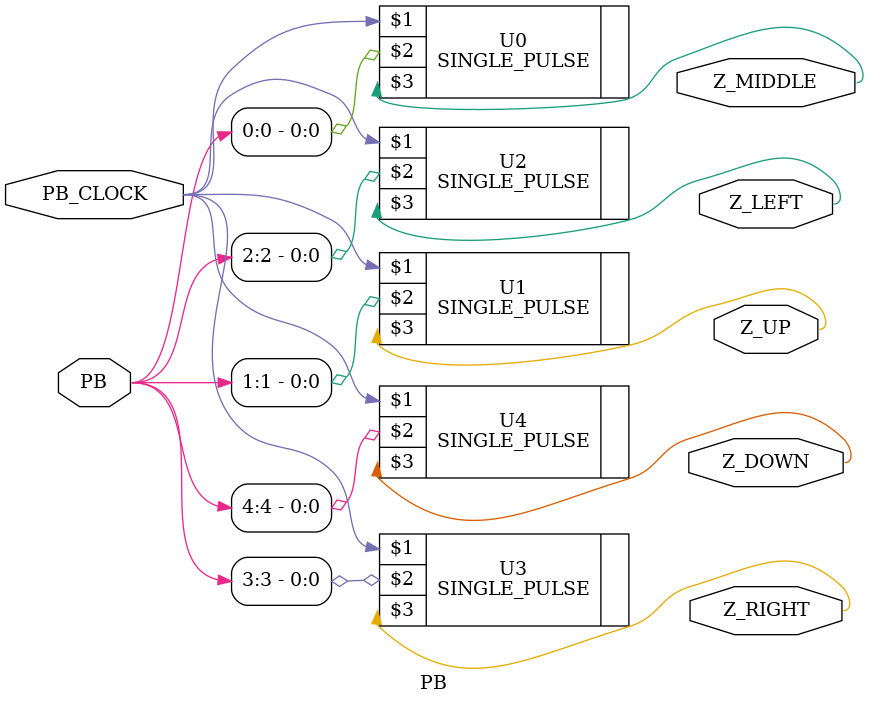
<source format=v>
`timescale 1ns / 1ps


module PB(
    input PB_CLOCK,
    input [4:0] PB,
    output Z_MIDDLE,
    output Z_UP,
    output Z_LEFT,
    output Z_RIGHT,
    output Z_DOWN
    );
    
    SINGLE_PULSE U0 (PB_CLOCK, PB[0], Z_MIDDLE);
    SINGLE_PULSE U1 (PB_CLOCK, PB[1], Z_UP);
    SINGLE_PULSE U2 (PB_CLOCK, PB[2], Z_LEFT);
    SINGLE_PULSE U3 (PB_CLOCK, PB[3], Z_RIGHT);
    SINGLE_PULSE U4 (PB_CLOCK, PB[4], Z_DOWN);
    
endmodule

</source>
